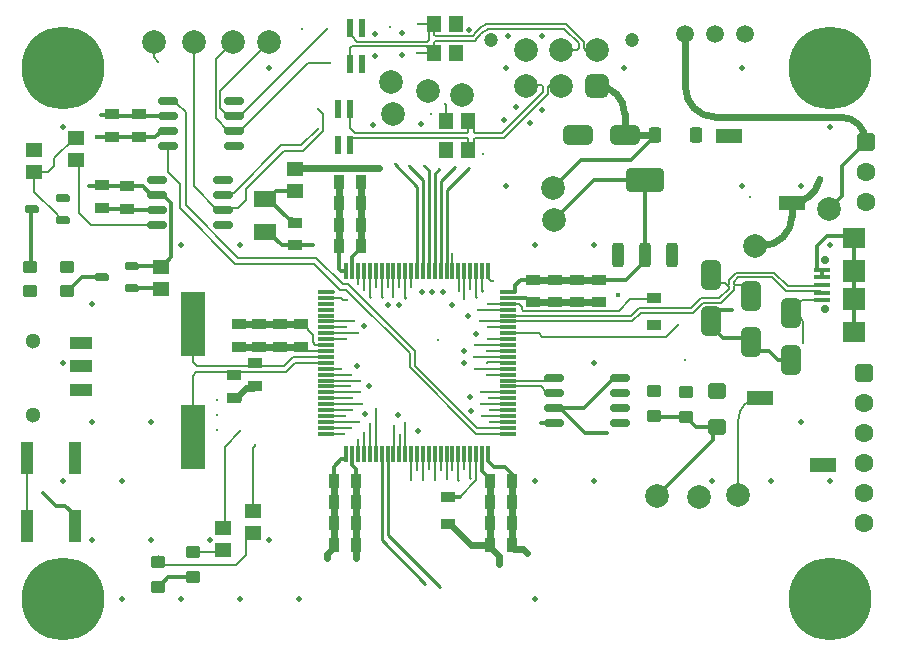
<source format=gtl>
G04*
G04 #@! TF.GenerationSoftware,Altium Limited,Altium Designer,23.11.1 (41)*
G04*
G04 Layer_Physical_Order=1*
G04 Layer_Color=255*
%FSLAX44Y44*%
%MOMM*%
G71*
G04*
G04 #@! TF.SameCoordinates,F90B74AA-C0B1-4B74-A68C-C3C570C8A3A3*
G04*
G04*
G04 #@! TF.FilePolarity,Positive*
G04*
G01*
G75*
%ADD10C,0.2500*%
%ADD12C,0.6000*%
%ADD15C,0.2000*%
%ADD17R,2.2000X1.3000*%
G04:AMPARAMS|DCode=18|XSize=1.2mm|YSize=1.1mm|CornerRadius=0.275mm|HoleSize=0mm|Usage=FLASHONLY|Rotation=180.000|XOffset=0mm|YOffset=0mm|HoleType=Round|Shape=RoundedRectangle|*
%AMROUNDEDRECTD18*
21,1,1.2000,0.5500,0,0,180.0*
21,1,0.6500,1.1000,0,0,180.0*
1,1,0.5500,-0.3250,0.2750*
1,1,0.5500,0.3250,0.2750*
1,1,0.5500,0.3250,-0.2750*
1,1,0.5500,-0.3250,-0.2750*
%
%ADD18ROUNDEDRECTD18*%
%ADD19R,1.3000X0.9000*%
%ADD20R,2.0000X5.5000*%
%ADD21R,1.3500X1.1500*%
G04:AMPARAMS|DCode=22|XSize=0.65mm|YSize=1.2mm|CornerRadius=0.1625mm|HoleSize=0mm|Usage=FLASHONLY|Rotation=270.000|XOffset=0mm|YOffset=0mm|HoleType=Round|Shape=RoundedRectangle|*
%AMROUNDEDRECTD22*
21,1,0.6500,0.8750,0,0,270.0*
21,1,0.3250,1.2000,0,0,270.0*
1,1,0.3250,-0.4375,-0.1625*
1,1,0.3250,-0.4375,0.1625*
1,1,0.3250,0.4375,0.1625*
1,1,0.3250,0.4375,-0.1625*
%
%ADD22ROUNDEDRECTD22*%
%ADD23R,1.1500X1.3500*%
%ADD24C,2.0000*%
G04:AMPARAMS|DCode=25|XSize=1mm|YSize=2.1mm|CornerRadius=0.25mm|HoleSize=0mm|Usage=FLASHONLY|Rotation=180.000|XOffset=0mm|YOffset=0mm|HoleType=Round|Shape=RoundedRectangle|*
%AMROUNDEDRECTD25*
21,1,1.0000,1.6000,0,0,180.0*
21,1,0.5000,2.1000,0,0,180.0*
1,1,0.5000,-0.2500,0.8000*
1,1,0.5000,0.2500,0.8000*
1,1,0.5000,0.2500,-0.8000*
1,1,0.5000,-0.2500,-0.8000*
%
%ADD25ROUNDEDRECTD25*%
G04:AMPARAMS|DCode=26|XSize=3.3mm|YSize=2.1mm|CornerRadius=0.525mm|HoleSize=0mm|Usage=FLASHONLY|Rotation=180.000|XOffset=0mm|YOffset=0mm|HoleType=Round|Shape=RoundedRectangle|*
%AMROUNDEDRECTD26*
21,1,3.3000,1.0500,0,0,180.0*
21,1,2.2500,2.1000,0,0,180.0*
1,1,1.0500,-1.1250,0.5250*
1,1,1.0500,1.1250,0.5250*
1,1,1.0500,1.1250,-0.5250*
1,1,1.0500,-1.1250,-0.5250*
%
%ADD26ROUNDEDRECTD26*%
G04:AMPARAMS|DCode=27|XSize=0.65mm|YSize=1.7mm|CornerRadius=0.1625mm|HoleSize=0mm|Usage=FLASHONLY|Rotation=270.000|XOffset=0mm|YOffset=0mm|HoleType=Round|Shape=RoundedRectangle|*
%AMROUNDEDRECTD27*
21,1,0.6500,1.3750,0,0,270.0*
21,1,0.3250,1.7000,0,0,270.0*
1,1,0.3250,-0.6875,-0.1625*
1,1,0.3250,-0.6875,0.1625*
1,1,0.3250,0.6875,0.1625*
1,1,0.3250,0.6875,-0.1625*
%
%ADD27ROUNDEDRECTD27*%
%ADD28R,0.9000X1.3000*%
%ADD29R,1.4750X0.3000*%
%ADD30R,0.3000X1.4750*%
G04:AMPARAMS|DCode=31|XSize=1.3mm|YSize=1.1mm|CornerRadius=0.275mm|HoleSize=0mm|Usage=FLASHONLY|Rotation=270.000|XOffset=0mm|YOffset=0mm|HoleType=Round|Shape=RoundedRectangle|*
%AMROUNDEDRECTD31*
21,1,1.3000,0.5500,0,0,270.0*
21,1,0.7500,1.1000,0,0,270.0*
1,1,0.5500,-0.2750,-0.3750*
1,1,0.5500,-0.2750,0.3750*
1,1,0.5500,0.2750,0.3750*
1,1,0.5500,0.2750,-0.3750*
%
%ADD31ROUNDEDRECTD31*%
%ADD32R,1.9500X1.4000*%
%ADD33R,1.9000X1.0000*%
%ADD34R,1.0000X2.7500*%
%ADD35R,0.5500X1.5000*%
G04:AMPARAMS|DCode=36|XSize=1.7mm|YSize=2.5mm|CornerRadius=0.425mm|HoleSize=0mm|Usage=FLASHONLY|Rotation=90.000|XOffset=0mm|YOffset=0mm|HoleType=Round|Shape=RoundedRectangle|*
%AMROUNDEDRECTD36*
21,1,1.7000,1.6500,0,0,90.0*
21,1,0.8500,2.5000,0,0,90.0*
1,1,0.8500,0.8250,0.4250*
1,1,0.8500,0.8250,-0.4250*
1,1,0.8500,-0.8250,-0.4250*
1,1,0.8500,-0.8250,0.4250*
%
%ADD36ROUNDEDRECTD36*%
G04:AMPARAMS|DCode=37|XSize=1.7mm|YSize=2.5mm|CornerRadius=0.425mm|HoleSize=0mm|Usage=FLASHONLY|Rotation=0.000|XOffset=0mm|YOffset=0mm|HoleType=Round|Shape=RoundedRectangle|*
%AMROUNDEDRECTD37*
21,1,1.7000,1.6500,0,0,0.0*
21,1,0.8500,2.5000,0,0,0.0*
1,1,0.8500,0.4250,-0.8250*
1,1,0.8500,-0.4250,-0.8250*
1,1,0.8500,-0.4250,0.8250*
1,1,0.8500,0.4250,0.8250*
%
%ADD37ROUNDEDRECTD37*%
%ADD38R,1.9000X1.9000*%
%ADD39R,1.9000X1.8000*%
%ADD40R,1.3500X0.4000*%
G04:AMPARAMS|DCode=41|XSize=1.6mm|YSize=1.4mm|CornerRadius=0.35mm|HoleSize=0mm|Usage=FLASHONLY|Rotation=180.000|XOffset=0mm|YOffset=0mm|HoleType=Round|Shape=RoundedRectangle|*
%AMROUNDEDRECTD41*
21,1,1.6000,0.7000,0,0,180.0*
21,1,0.9000,1.4000,0,0,180.0*
1,1,0.7000,-0.4500,0.3500*
1,1,0.7000,0.4500,0.3500*
1,1,0.7000,0.4500,-0.3500*
1,1,0.7000,-0.4500,-0.3500*
%
%ADD41ROUNDEDRECTD41*%
%ADD68C,1.6000*%
%ADD73C,1.5000*%
%ADD78C,0.2000*%
%ADD79C,0.3000*%
%ADD80C,7.0000*%
%ADD81C,1.3000*%
%ADD82C,0.7000*%
G04:AMPARAMS|DCode=83|XSize=1.6mm|YSize=1.6mm|CornerRadius=0.4mm|HoleSize=0mm|Usage=FLASHONLY|Rotation=270.000|XOffset=0mm|YOffset=0mm|HoleType=Round|Shape=RoundedRectangle|*
%AMROUNDEDRECTD83*
21,1,1.6000,0.8000,0,0,270.0*
21,1,0.8000,1.6000,0,0,270.0*
1,1,0.8000,-0.4000,-0.4000*
1,1,0.8000,-0.4000,0.4000*
1,1,0.8000,0.4000,0.4000*
1,1,0.8000,0.4000,-0.4000*
%
%ADD83ROUNDEDRECTD83*%
G04:AMPARAMS|DCode=84|XSize=2mm|YSize=2mm|CornerRadius=0.5mm|HoleSize=0mm|Usage=FLASHONLY|Rotation=90.000|XOffset=0mm|YOffset=0mm|HoleType=Round|Shape=RoundedRectangle|*
%AMROUNDEDRECTD84*
21,1,2.0000,1.0000,0,0,90.0*
21,1,1.0000,2.0000,0,0,90.0*
1,1,1.0000,0.5000,0.5000*
1,1,1.0000,0.5000,-0.5000*
1,1,1.0000,-0.5000,-0.5000*
1,1,1.0000,-0.5000,0.5000*
%
%ADD84ROUNDEDRECTD84*%
%ADD85C,1.2000*%
%ADD86C,0.3000*%
%ADD87C,0.5000*%
%ADD88C,0.4000*%
D10*
X325000Y104550D02*
X369050Y60500D01*
X325000Y104550D02*
Y172620D01*
X320000Y100000D02*
X357000Y63000D01*
X320000Y100000D02*
Y172620D01*
X365000Y410000D02*
X369000Y414000D01*
X365000Y327380D02*
Y410000D01*
X356000Y417000D02*
X360000Y413000D01*
X343000Y417000D02*
X355000Y405000D01*
X331000Y418000D02*
X350000Y399000D01*
X370000Y327380D02*
Y404000D01*
X382000Y416000D01*
X375000Y396000D02*
X394000Y415000D01*
X375000Y327380D02*
Y396000D01*
X400000Y172620D02*
X400025Y172595D01*
X394970Y152400D02*
X394985Y152415D01*
X384810Y151130D02*
X384825Y151145D01*
X405336Y310795D02*
Y310930D01*
X405000Y311266D02*
X405336Y310930D01*
X65000Y227000D02*
X65500D01*
X340000Y305000D02*
Y306000D01*
X320000D02*
X320000Y306000D01*
X320000Y329880D02*
X320000Y329880D01*
X310000Y331020D02*
X310000Y331020D01*
X310000Y306000D02*
X310000Y306000D01*
X400025Y306095D02*
X400050Y306070D01*
X360000Y327380D02*
Y413000D01*
X355000Y327380D02*
Y405000D01*
X350000Y327380D02*
Y399000D01*
X394985Y172605D02*
X395000Y172620D01*
X400000Y327380D02*
X400025Y327355D01*
D12*
X642033Y349000D02*
G03*
X667433Y374400I0J25400D01*
G01*
Y385683D02*
G03*
X690258Y403384I0J23567D01*
G01*
X691000Y405100D02*
G03*
X690258Y403384I5070J-3210D01*
G01*
X730000Y437000D02*
G03*
X709000Y458000I-21000J0D01*
G01*
X577200Y483400D02*
G03*
X602600Y458000I25400J0D01*
G01*
X614500Y442250D02*
G03*
X613750Y443000I-750J0D01*
G01*
X525750Y460805D02*
G03*
X502000Y484555I-23750J0D01*
G01*
X430500Y96000D02*
Y114000D01*
Y94000D02*
Y96000D01*
X298310Y84446D02*
Y95810D01*
X298500Y96000D01*
X411500Y94000D02*
Y96000D01*
Y94000D02*
X419000Y86500D01*
Y80000D02*
Y86500D01*
X395500Y96000D02*
X411500D01*
X378000Y113500D02*
X395500Y96000D01*
X376000Y113500D02*
X378000D01*
X430500Y94000D02*
X432000Y92500D01*
X439500D01*
X443000Y89000D01*
X273800Y88300D02*
X279500Y94000D01*
X273800Y85157D02*
Y88300D01*
X279500Y94000D02*
Y114000D01*
X247000Y414250D02*
X247750Y415000D01*
X318000D01*
X411500Y132000D02*
Y150000D01*
Y114000D02*
Y132000D01*
Y96000D02*
Y114000D01*
X279500Y132000D02*
Y150000D01*
Y114000D02*
Y132000D01*
X430500D02*
Y150000D01*
Y114000D02*
Y132000D01*
X298500D02*
Y150000D01*
Y114000D02*
Y132000D01*
Y96000D02*
Y114000D01*
X196500Y220500D02*
X197000D01*
X195000D02*
X196500D01*
X198000Y219000D01*
X234000Y282500D02*
X252000D01*
X216000D02*
X234000D01*
X199000D02*
X216000D01*
X234000Y263500D02*
X252000D01*
X216000D02*
X234000D01*
X199000D02*
X216000D01*
X197000Y220500D02*
X205500Y229000D01*
X211500D01*
X213000Y230500D01*
X500000Y303000D02*
X502500D01*
X504000Y301500D01*
X467000D02*
X500000D01*
X448000D02*
X467000D01*
X485000Y320500D02*
X504000D01*
X467000D02*
X485000D01*
X448000D02*
X467000D01*
X302500Y385000D02*
Y403000D01*
Y367000D02*
Y385000D01*
Y349000D02*
Y367000D01*
X283500Y385000D02*
Y403000D01*
Y367000D02*
Y385000D01*
Y349000D02*
Y367000D01*
X667433Y374400D02*
Y385000D01*
X602600Y458000D02*
X709000D01*
X577200Y483400D02*
Y528000D01*
X636000Y349000D02*
X642033D01*
X614500Y442250D02*
X616750Y440000D01*
X525750Y443000D02*
Y460805D01*
Y443000D02*
X551500D01*
D15*
X410845Y532890D02*
G03*
X403919Y528779I4595J-15632D01*
G01*
X401102Y531619D02*
G03*
X397864Y527286I13262J-13285D01*
G01*
X408925Y536890D02*
G03*
X404557Y534412I6304J-16199D01*
G01*
X403919Y528779D02*
G03*
X401129Y524893I10445J-10445D01*
G01*
X404318Y534232D02*
G03*
X401102Y531619I11122J-16974D01*
G01*
X404318Y534232D02*
G03*
X404448Y534326I-1105J1667D01*
G01*
X677000Y282000D02*
G03*
X667000Y292000I-10000J0D01*
G01*
X640500Y220250D02*
G03*
X622000Y201750I0J-18500D01*
G01*
X272620Y310000D02*
X279413D01*
X272620Y310000D02*
X272620Y310000D01*
X285464Y305000D02*
X287309Y303156D01*
X290773D01*
X397079Y526500D02*
X397664Y527086D01*
X398736Y522500D02*
X401129Y524893D01*
X410845Y532890D02*
X474495D01*
X397664Y527086D02*
X397864Y527286D01*
X365672Y526500D02*
X397079D01*
X365672Y522500D02*
X398736D01*
X404448Y534326D02*
X404557Y534412D01*
X410176Y536890D02*
X476152D01*
X408925Y536890D02*
X410176Y536890D01*
X390000Y160000D02*
Y171190D01*
X370000Y159000D02*
Y172620D01*
X370000Y159000D02*
X370000Y159000D01*
X360000Y160000D02*
Y172620D01*
X360000Y160000D02*
X360000Y160000D01*
X350000Y159000D02*
Y172620D01*
X345000Y314000D02*
Y327380D01*
X345000Y314000D02*
X345000Y314000D01*
X335000Y331190D02*
X335000Y331190D01*
X335000Y314000D02*
X335000Y314000D01*
Y331190D01*
X325000Y314000D02*
Y330080D01*
X315000Y314000D02*
Y327380D01*
X305000Y312000D02*
Y331140D01*
X300000Y317000D02*
Y327380D01*
X272620Y280000D02*
X290000D01*
X272620Y245000D02*
X286000D01*
X286000Y245000D01*
X272620Y190000D02*
X288000D01*
X272620Y205000D02*
X289000D01*
X272620Y210000D02*
X295000D01*
X305000Y172620D02*
Y191000D01*
X299750Y184479D02*
X300000Y184229D01*
Y172620D02*
Y184229D01*
X299750Y184479D02*
Y184750D01*
X310000Y172620D02*
Y198000D01*
X310000Y198000D02*
X310000Y198000D01*
X315000Y172620D02*
Y211000D01*
X462172Y485000D02*
X474000D01*
X393250Y431750D02*
X395000D01*
X393250Y435000D02*
Y439328D01*
X293000Y434750D02*
Y435289D01*
X293243Y449000D02*
X297743Y444500D01*
X293000Y449000D02*
X293243D01*
X297743Y444500D02*
X392078D01*
X293000Y449000D02*
Y462250D01*
X294172Y436461D02*
Y439922D01*
X294750Y440500D01*
X392078D01*
X393250Y439328D01*
Y445672D02*
Y453000D01*
X392078Y444500D02*
X393250Y445672D01*
X257500Y277932D02*
X261500Y273932D01*
Y268002D02*
Y273932D01*
X252000Y282500D02*
X254000D01*
X257500Y277932D02*
Y279000D01*
X254000Y282500D02*
X257500Y279000D01*
X264002Y265500D02*
X272120D01*
X272620Y265000D01*
X261500Y268002D02*
X264002Y265500D01*
X255500Y260000D02*
X272620D01*
X252000Y263500D02*
X255500Y260000D01*
X160000Y282500D02*
X169000Y273500D01*
X245373Y255000D02*
X272620D01*
X237372Y247000D02*
X245373Y255000D01*
X195000Y242000D02*
X239000D01*
X247000Y250000D01*
X272620D01*
X213000Y249500D02*
X215500Y247000D01*
X237372D01*
X160000Y251000D02*
X164000Y247000D01*
X210500D02*
X213000Y249500D01*
X164000Y247000D02*
X210500D01*
X160000Y239000D02*
X163000Y242000D01*
X195000D01*
X160000Y187500D02*
Y239000D01*
Y251000D02*
Y282500D01*
X287050Y316505D02*
X291495D01*
X348000Y260000D01*
Y247657D02*
Y260000D01*
X127000Y509000D02*
Y522000D01*
Y509000D02*
X131000Y505000D01*
X410000Y321505D02*
Y327380D01*
X412314Y319191D02*
X413809D01*
X410000Y321505D02*
X412314Y319191D01*
X413809D02*
X414000Y319000D01*
X272620Y200000D02*
X301000D01*
X294000Y195000D02*
X294000Y195000D01*
X272620Y195000D02*
X294000D01*
X412000Y210000D02*
X425940D01*
X404000Y215000D02*
X426100D01*
X405000Y205000D02*
X425940D01*
X412000Y200000D02*
X425780D01*
X411000Y220000D02*
X411010Y219990D01*
X404000Y225000D02*
X425960D01*
X411010Y219990D02*
X426110D01*
X272620Y275000D02*
X300000D01*
X340000Y172620D02*
Y199000D01*
X380000Y159000D02*
Y172620D01*
X374980Y151980D02*
X374990Y151990D01*
Y172610D02*
X375000Y172620D01*
X374990Y151990D02*
Y172610D01*
X364910Y151090D02*
Y172530D01*
X364820Y151000D02*
X364910Y151090D01*
Y172530D02*
X365000Y172620D01*
X354750Y151000D02*
X354875Y151125D01*
Y172495D02*
X355000Y172620D01*
X354875Y151125D02*
Y172495D01*
X344978Y172598D02*
X345000Y172620D01*
X344978Y151022D02*
Y172598D01*
X344956Y151000D02*
X344978Y151022D01*
X409065Y259875D02*
X427255D01*
X408940Y259750D02*
X409065Y259875D01*
X427255D02*
X427380Y260000D01*
X364500Y513000D02*
Y521328D01*
X43000Y423250D02*
X60000Y440250D01*
X37750Y411750D02*
X43000Y417000D01*
X26000Y411750D02*
X37750D01*
X43000Y417000D02*
Y423250D01*
X380000Y327380D02*
Y342000D01*
X285000Y312000D02*
X290000D01*
X343894Y258106D01*
Y246106D02*
Y258106D01*
X196131Y334000D02*
X263000D01*
X285000Y312000D01*
X264555Y339000D02*
X287050Y316505D01*
X198202Y339000D02*
X264555D01*
X272620Y285000D02*
X273120Y285500D01*
X296500D01*
X272620Y270000D02*
X290000D01*
X290000Y270000D01*
X343894Y246106D02*
X400000Y190000D01*
X348000Y247657D02*
X400657Y195000D01*
X427380D01*
X400000Y190000D02*
X427380D01*
X145923Y470077D02*
X154000Y462000D01*
Y383202D02*
Y462000D01*
X149000Y381131D02*
X196131Y334000D01*
X154000Y383202D02*
X198202Y339000D01*
X149000Y381131D02*
Y401798D01*
X139000Y411798D02*
X149000Y401798D01*
X139000Y411798D02*
Y433950D01*
X272620Y305000D02*
X285464D01*
X161000Y399400D02*
Y522000D01*
Y399400D02*
X180750Y379650D01*
X161000Y522000D02*
X162091D01*
X364500Y512000D02*
Y513000D01*
X294500Y518000D02*
X358578D01*
X358828Y517750D02*
X359750D01*
X358578Y518000D02*
X358828Y517750D01*
X299500Y522000D02*
X358578D01*
X293000Y516500D02*
X294500Y518000D01*
X359750Y517750D02*
X364500Y513000D01*
X358578Y522000D02*
X359750Y523172D01*
X294750Y526750D02*
X299500Y522000D01*
X359750Y523172D02*
Y532250D01*
X293000Y506500D02*
Y516500D01*
X294750Y526750D02*
Y535250D01*
X374000Y468729D02*
X374750Y467979D01*
Y455000D02*
Y467979D01*
X374000Y468729D02*
Y469000D01*
X385125Y311125D02*
X385250Y311000D01*
X385000Y327380D02*
X385125Y327255D01*
Y311125D02*
Y327255D01*
X427380Y275000D02*
X453000D01*
X456000Y272000D01*
X561000D01*
X571000Y282000D01*
X64000Y377000D02*
X74050Y366950D01*
X61000Y421750D02*
X64000Y418750D01*
Y377000D02*
Y418750D01*
X74050Y366950D02*
X130000D01*
X47932Y370500D02*
X50000D01*
X45730Y372702D02*
Y374770D01*
X26000Y394500D02*
X45730Y374770D01*
X26000Y394500D02*
Y411750D01*
X45730Y372702D02*
X47932Y370500D01*
X60000Y440250D02*
X61000D01*
X131000Y81500D02*
X133500Y79000D01*
X197000D02*
X205250Y87250D01*
X133500Y79000D02*
X197000D01*
X131000Y86500D02*
X133566Y83934D01*
X211000Y124250D02*
Y177729D01*
X213000Y179729D01*
Y180000D01*
X205250Y87250D02*
Y101000D01*
X210000Y105750D01*
X211000D01*
X187000Y179000D02*
X200000Y192000D01*
X187000Y108250D02*
Y179000D01*
X160000Y89500D02*
X186750D01*
X187000Y89750D01*
X20000Y112250D02*
X20000Y112250D01*
Y169000D01*
X293000Y431750D02*
Y434750D01*
X393250Y453000D02*
Y455000D01*
X461000Y483828D02*
X462172Y485000D01*
X461000Y477958D02*
Y483828D01*
X423542Y440500D02*
X461000Y477958D01*
X399172Y440500D02*
X423542D01*
X398000Y439328D02*
X399172Y440500D01*
X398000Y434750D02*
Y439328D01*
X395000Y431750D02*
X398000Y434750D01*
X393250Y430750D02*
Y431750D01*
Y433750D01*
X293000Y435289D02*
X294172Y436461D01*
X444000Y485000D02*
X455829D01*
X457000Y479615D02*
Y483828D01*
X455829Y485000D02*
X457000Y483828D01*
X393250Y453000D02*
X398000Y448250D01*
X421885Y444500D02*
X457000Y479615D01*
X399172Y444500D02*
X421885D01*
X398000Y445672D02*
X399172Y444500D01*
X398000Y445672D02*
Y448250D01*
X400050Y150409D02*
Y158750D01*
X386141Y136500D02*
X400050Y150409D01*
X667000Y294000D02*
Y294241D01*
Y292000D02*
Y294000D01*
X530579Y304000D02*
X550000D01*
X551000Y305000D01*
X622000Y138000D02*
Y201750D01*
X677000Y267000D02*
Y282000D01*
X427380Y230000D02*
X455000D01*
X459305Y225695D02*
X464655D01*
X455000Y230000D02*
X459305Y225695D01*
X464655D02*
X466000Y224350D01*
X460412Y237050D02*
X466000D01*
X427380Y235000D02*
X458362D01*
X460412Y237050D01*
X531757Y285000D02*
X539257Y292500D01*
X427380Y285000D02*
X531757D01*
X438500Y295172D02*
X439672Y294000D01*
X438500Y295172D02*
Y296998D01*
X427380Y290000D02*
X531101D01*
X520579Y294000D02*
X530579Y304000D01*
X531101Y290000D02*
X537601Y296500D01*
X439672Y294000D02*
X520579D01*
X435998Y299500D02*
X438500Y296998D01*
X427380Y300000D02*
X427880Y299500D01*
X435998D01*
X618000Y316922D02*
X619172Y315750D01*
X612828D02*
X614000Y314578D01*
X611078Y317500D02*
X612828Y315750D01*
X403000Y285000D02*
X427380D01*
X686578Y310500D02*
X692250D01*
X686328Y310750D02*
X686578Y310500D01*
X692250D02*
X693250Y309500D01*
X650708Y322250D02*
X662208Y310750D01*
X686328D01*
X621672Y322250D02*
X650708D01*
X618000Y318578D02*
X621672Y322250D01*
X618000Y316922D02*
Y318578D01*
X620015Y326250D02*
X652365D01*
X614000Y320235D02*
X620015Y326250D01*
X686578Y315000D02*
X692250D01*
X614000Y316922D02*
Y320235D01*
X612828Y315750D02*
X614000Y316922D01*
X692250Y315000D02*
X693250Y316000D01*
X686328Y314750D02*
X686578Y315000D01*
X652365Y326250D02*
X663865Y314750D01*
X686328D01*
X539257Y292500D02*
X583497D01*
X618000Y311265D02*
Y314578D01*
X619172Y315750D02*
X625747D01*
X633000Y308497D01*
X606250Y317500D02*
X611078D01*
X633000Y306750D02*
Y308497D01*
X605828Y304750D02*
X614000Y312922D01*
X590090Y304750D02*
X605828D01*
X618000Y314578D02*
X619172Y315750D01*
X537601Y296500D02*
X581840D01*
X591747Y300750D02*
X607485D01*
X583497Y292500D02*
X591747Y300750D01*
X599000Y324750D02*
X606250Y317500D01*
X607485Y300750D02*
X618000Y311265D01*
X581840Y296500D02*
X590090Y304750D01*
X614000Y312922D02*
Y314578D01*
X675759Y303000D02*
X693250D01*
X667000Y294241D02*
X675759Y303000D01*
X394985Y152415D02*
Y172605D01*
X400025Y158775D02*
Y172595D01*
X272620Y235000D02*
X302000D01*
X384825Y151145D02*
Y171335D01*
X272620Y240000D02*
X294000D01*
X726750Y115750D02*
X728000Y114500D01*
X394905Y312485D02*
Y328865D01*
X405000Y311266D02*
Y327380D01*
X390000Y304000D02*
Y328490D01*
X320000Y327380D02*
Y329880D01*
Y306000D02*
Y327380D01*
X65000Y267000D02*
X65500D01*
X20000Y169000D02*
Y169750D01*
Y169000D02*
X20000Y169000D01*
X409000Y240000D02*
X427070D01*
X399000Y245000D02*
X425640D01*
X425640Y245000D01*
X399000D02*
X399000Y245000D01*
X398000Y255000D02*
X427380D01*
X399000Y265000D02*
X426900D01*
X410000Y300000D02*
X427380D01*
X402000Y295000D02*
X427380D01*
X427380Y295000D01*
X410000Y280000D02*
X427380D01*
X410000Y270000D02*
X410000Y270000D01*
X427380D01*
X340000Y306000D02*
Y327380D01*
X330000Y306000D02*
Y330990D01*
X310000Y306000D02*
Y331020D01*
X400025Y306095D02*
Y327355D01*
X187695Y381345D02*
X198345D01*
X205000Y397000D02*
X237000Y429000D01*
X198345Y381345D02*
X205000Y388000D01*
Y397000D01*
X186000Y379650D02*
X187695Y381345D01*
X180750Y379650D02*
X186000D01*
X253364Y429000D02*
X270500Y446136D01*
X237000Y429000D02*
X253364D01*
X195195Y394195D02*
X235000Y434000D01*
X186000Y392350D02*
X187845Y394195D01*
X195195D01*
X235000Y434000D02*
X252000D01*
X266000Y465000D02*
X270500Y460500D01*
Y446136D02*
Y460500D01*
X252000Y434000D02*
X266000Y448000D01*
X179500Y456900D02*
Y507500D01*
Y456900D02*
X189750Y446650D01*
X195000D01*
X179500Y507500D02*
X194000Y522000D01*
X183500Y480500D02*
X225000Y522000D01*
X189750Y459350D02*
X195000D01*
X183500Y465600D02*
X189750Y459350D01*
X183500Y465600D02*
Y480500D01*
X195000Y459350D02*
X200300D01*
X273950Y533000D01*
X274000D01*
X200250Y446650D02*
X257600Y504000D01*
X276000D01*
X195000Y446650D02*
X200250D01*
X364500Y527672D02*
Y537000D01*
X359750Y532250D02*
X364500Y537000D01*
Y527672D02*
X365672Y526500D01*
X491000Y516172D02*
Y522042D01*
X492172Y515000D02*
X504000D01*
X491000Y516172D02*
X492172Y515000D01*
X476152Y536890D02*
X491000Y522042D01*
X351000Y537000D02*
X364500D01*
X474495Y532890D02*
X487000Y520385D01*
X364500Y521328D02*
X365672Y522500D01*
X487000Y516172D02*
Y520385D01*
X485828Y515000D02*
X487000Y516172D01*
X474000Y515000D02*
X485828D01*
X350000Y512000D02*
X364500D01*
X272620Y215000D02*
X303000D01*
X295000Y220000D02*
X295000Y220000D01*
X272620Y220000D02*
X295000D01*
X272620Y225000D02*
X302000D01*
X272620Y230000D02*
X293000D01*
X330000Y172620D02*
X330100Y172720D01*
Y196750D01*
X330200Y196850D01*
X335140Y189090D02*
X335280Y189230D01*
X335140Y172760D02*
Y189090D01*
X335000Y172620D02*
X335140Y172760D01*
X409325Y250470D02*
X426110D01*
D17*
X693433Y163683D02*
D03*
X640500Y220250D02*
D03*
X667433Y385683D02*
D03*
X614500Y442250D02*
D03*
D18*
X131000Y81500D02*
D03*
Y60500D02*
D03*
X578000Y204000D02*
D03*
Y225000D02*
D03*
X54000Y310500D02*
D03*
Y331500D02*
D03*
X22000D02*
D03*
Y310500D02*
D03*
X160000Y68500D02*
D03*
Y89500D02*
D03*
X551000Y205000D02*
D03*
Y226000D02*
D03*
D19*
X252000Y282500D02*
D03*
Y263500D02*
D03*
X199000Y282500D02*
D03*
Y263500D02*
D03*
X216000Y282500D02*
D03*
Y263500D02*
D03*
X234000Y282500D02*
D03*
Y263500D02*
D03*
X504000Y301500D02*
D03*
Y320500D02*
D03*
X485000Y301500D02*
D03*
Y320500D02*
D03*
X467000Y301500D02*
D03*
Y320500D02*
D03*
X448000Y301500D02*
D03*
Y320500D02*
D03*
X376000Y113500D02*
D03*
Y136500D02*
D03*
X551000Y282000D02*
D03*
Y305000D02*
D03*
X247000Y349500D02*
D03*
Y368500D02*
D03*
X104000Y399500D02*
D03*
Y380500D02*
D03*
X83000Y400500D02*
D03*
Y381500D02*
D03*
X213000Y249500D02*
D03*
Y230500D02*
D03*
X195000Y239500D02*
D03*
Y220500D02*
D03*
X92000Y460500D02*
D03*
Y441500D02*
D03*
X115000Y460500D02*
D03*
Y441500D02*
D03*
D20*
X160000Y187500D02*
D03*
Y282500D02*
D03*
D21*
X186000Y91750D02*
D03*
Y110250D02*
D03*
X211000Y105750D02*
D03*
Y124250D02*
D03*
X247000Y395750D02*
D03*
Y414250D02*
D03*
X61000Y440250D02*
D03*
Y421750D02*
D03*
X26000Y430250D02*
D03*
Y411750D02*
D03*
X133000Y331250D02*
D03*
Y312750D02*
D03*
D22*
X83000Y322500D02*
D03*
X109000Y332000D02*
D03*
Y313000D02*
D03*
X50000Y370500D02*
D03*
Y389500D02*
D03*
X24000Y380000D02*
D03*
D23*
X383250Y537000D02*
D03*
X364750D02*
D03*
X364500Y512000D02*
D03*
X383000D02*
D03*
X393250Y455000D02*
D03*
X374750D02*
D03*
X393250Y430000D02*
D03*
X374750D02*
D03*
D24*
X636000Y349000D02*
D03*
X465000Y398000D02*
D03*
X466000Y371000D02*
D03*
X699000Y380000D02*
D03*
X622000Y138000D02*
D03*
X330000Y461000D02*
D03*
X388000Y477000D02*
D03*
X328000Y488000D02*
D03*
X359000Y480000D02*
D03*
X127000Y522000D02*
D03*
X161000D02*
D03*
X225000D02*
D03*
X194000D02*
D03*
X553000Y137000D02*
D03*
X589000Y136000D02*
D03*
X442000Y484555D02*
D03*
X472000D02*
D03*
X442000Y514555D02*
D03*
X472000D02*
D03*
X502000D02*
D03*
D25*
X520000Y341500D02*
D03*
X543000D02*
D03*
X566000D02*
D03*
D26*
X543000Y404500D02*
D03*
D27*
X466000Y237050D02*
D03*
Y224350D02*
D03*
Y211650D02*
D03*
Y198950D02*
D03*
X522000Y237050D02*
D03*
Y224350D02*
D03*
Y211650D02*
D03*
Y198950D02*
D03*
X186000Y366950D02*
D03*
Y379650D02*
D03*
Y392350D02*
D03*
Y405050D02*
D03*
X130000Y366950D02*
D03*
Y379650D02*
D03*
Y392350D02*
D03*
Y405050D02*
D03*
X195000Y433950D02*
D03*
Y446650D02*
D03*
Y459350D02*
D03*
Y472050D02*
D03*
X139000Y433950D02*
D03*
Y446650D02*
D03*
Y459350D02*
D03*
Y472050D02*
D03*
D28*
X302500Y403000D02*
D03*
X283500D02*
D03*
X302500Y385000D02*
D03*
X283500D02*
D03*
X302500Y367000D02*
D03*
X283500D02*
D03*
X302500Y349000D02*
D03*
X283500D02*
D03*
X279500Y96000D02*
D03*
X298500D02*
D03*
X279500Y114000D02*
D03*
X298500D02*
D03*
X279500Y132000D02*
D03*
X298500D02*
D03*
X279500Y150000D02*
D03*
X298500D02*
D03*
X411500Y96000D02*
D03*
X430500D02*
D03*
X411500Y114000D02*
D03*
X430500D02*
D03*
X411500Y132000D02*
D03*
X430500D02*
D03*
X411500Y150000D02*
D03*
X430500D02*
D03*
D29*
X272620Y310000D02*
D03*
Y305000D02*
D03*
Y300000D02*
D03*
Y295000D02*
D03*
Y290000D02*
D03*
Y285000D02*
D03*
Y280000D02*
D03*
Y275000D02*
D03*
Y270000D02*
D03*
Y265000D02*
D03*
Y260000D02*
D03*
Y255000D02*
D03*
Y250000D02*
D03*
Y245000D02*
D03*
Y240000D02*
D03*
Y235000D02*
D03*
Y230000D02*
D03*
Y225000D02*
D03*
Y220000D02*
D03*
Y215000D02*
D03*
Y210000D02*
D03*
Y205000D02*
D03*
Y200000D02*
D03*
Y195000D02*
D03*
Y190000D02*
D03*
X427380D02*
D03*
Y195000D02*
D03*
Y200000D02*
D03*
Y205000D02*
D03*
Y210000D02*
D03*
Y215000D02*
D03*
Y220000D02*
D03*
Y225000D02*
D03*
Y230000D02*
D03*
Y235000D02*
D03*
Y240000D02*
D03*
Y245000D02*
D03*
Y250000D02*
D03*
Y255000D02*
D03*
Y260000D02*
D03*
Y265000D02*
D03*
Y270000D02*
D03*
Y275000D02*
D03*
Y280000D02*
D03*
Y285000D02*
D03*
Y290000D02*
D03*
Y295000D02*
D03*
Y300000D02*
D03*
Y305000D02*
D03*
Y310000D02*
D03*
D30*
X290000Y172620D02*
D03*
X295000D02*
D03*
X300000D02*
D03*
X305000D02*
D03*
X310000D02*
D03*
X315000D02*
D03*
X320000D02*
D03*
X325000D02*
D03*
X330000D02*
D03*
X335000D02*
D03*
X340000D02*
D03*
X345000D02*
D03*
X350000D02*
D03*
X355000D02*
D03*
X360000D02*
D03*
X365000D02*
D03*
X370000D02*
D03*
X375000D02*
D03*
X380000D02*
D03*
X385000D02*
D03*
X390000D02*
D03*
X395000D02*
D03*
X400000D02*
D03*
X405000D02*
D03*
X410000D02*
D03*
Y327380D02*
D03*
X405000D02*
D03*
X400000D02*
D03*
X395000D02*
D03*
X390000D02*
D03*
X385000D02*
D03*
X380000D02*
D03*
X375000D02*
D03*
X370000D02*
D03*
X365000D02*
D03*
X360000D02*
D03*
X355000D02*
D03*
X350000D02*
D03*
X345000D02*
D03*
X340000D02*
D03*
X335000D02*
D03*
X330000D02*
D03*
X325000D02*
D03*
X320000D02*
D03*
X315000D02*
D03*
X310000D02*
D03*
X305000D02*
D03*
X300000D02*
D03*
X295000D02*
D03*
X290000D02*
D03*
D31*
X586500Y443000D02*
D03*
X551500D02*
D03*
D32*
X221000Y361000D02*
D03*
Y389000D02*
D03*
D33*
X65500Y267000D02*
D03*
Y247000D02*
D03*
Y227000D02*
D03*
D34*
X20000Y112250D02*
D03*
Y169750D02*
D03*
X60000Y112250D02*
D03*
Y169750D02*
D03*
D35*
X293000Y503000D02*
D03*
X303000Y533500D02*
D03*
X293000D02*
D03*
X303000Y503000D02*
D03*
X293000Y465250D02*
D03*
X283000Y434750D02*
D03*
X293000D02*
D03*
X283000Y465250D02*
D03*
D36*
X525750Y443000D02*
D03*
X486250D02*
D03*
D37*
X667000Y252500D02*
D03*
Y292000D02*
D03*
X633000Y267250D02*
D03*
Y306750D02*
D03*
X599000Y285250D02*
D03*
Y324750D02*
D03*
D38*
X720000Y304000D02*
D03*
Y328000D02*
D03*
D39*
Y276000D02*
D03*
Y356000D02*
D03*
D40*
X693250Y303000D02*
D03*
Y329000D02*
D03*
Y309500D02*
D03*
Y316000D02*
D03*
Y322500D02*
D03*
D41*
X604000Y226000D02*
D03*
Y196000D02*
D03*
D68*
X728000Y114500D02*
D03*
Y139900D02*
D03*
Y190700D02*
D03*
Y216100D02*
D03*
Y165300D02*
D03*
X730000Y411600D02*
D03*
Y386200D02*
D03*
D73*
X602600Y528000D02*
D03*
X577200D02*
D03*
X628000D02*
D03*
D78*
X397664Y527086D02*
D03*
D79*
X719000Y273000D02*
G03*
X720000Y274000I0J1000D01*
G01*
X91500Y441000D02*
G03*
X92000Y441500I0J500D01*
G01*
X543000Y343000D02*
X544000Y342000D01*
Y337000D02*
Y342000D01*
X433255Y310000D02*
Y315875D01*
X504000Y320500D02*
X504500Y320000D01*
X527000D01*
X52000Y129000D02*
X60000Y121000D01*
X44000Y129000D02*
X52000D01*
X33000Y140000D02*
X44000Y129000D01*
X410000Y166745D02*
X415245Y161500D01*
X424500D01*
X410000Y166745D02*
Y172620D01*
X424500Y161500D02*
X431000Y155000D01*
X446000Y301500D02*
X448000D01*
X655500Y252500D02*
X663000D01*
X551500Y204500D02*
X578000D01*
X586500Y196000D01*
X93150Y459350D02*
X139000D01*
X83000Y399500D02*
X104000D01*
X285757Y168377D02*
X290000D01*
X109000Y332000D02*
X134750D01*
X471250Y211650D02*
X491350D01*
X471250D02*
X491900Y191000D01*
X511000D01*
X466000Y211650D02*
X471250D01*
X543000Y343000D02*
Y404500D01*
X83000Y381500D02*
X84000Y380500D01*
X104000D01*
X72500Y400000D02*
X82500D01*
X83000Y400500D01*
X91500Y460000D02*
X92000Y460500D01*
X82000Y460000D02*
X91500D01*
X135250Y392350D02*
X142000Y385600D01*
X134750Y332000D02*
X142000Y339250D01*
X130000Y392350D02*
X135250D01*
X142000Y339250D02*
Y385600D01*
X50000Y389500D02*
Y390000D01*
X50000Y390000D01*
X465950Y199000D02*
X466000Y198950D01*
X455000Y199000D02*
X465950D01*
X497000Y217300D02*
Y217300D01*
X491350Y211650D02*
X497000Y217300D01*
Y217300D02*
X516750Y237050D01*
X522000D01*
X720000Y276000D02*
Y304000D01*
Y274000D02*
Y276000D01*
X485000Y443000D02*
X486250D01*
X79000Y441000D02*
X91500D01*
X133682Y446650D02*
X139000D01*
X198950Y472050D02*
X199000Y472000D01*
X195000Y472050D02*
X198950D01*
X92000Y460500D02*
X93150Y459350D01*
X115000Y441500D02*
X128532D01*
X92000D02*
X115000D01*
X128532D02*
X133682Y446650D01*
X261500Y349500D02*
X262000Y350000D01*
X247000Y349500D02*
X261500D01*
X139000Y472050D02*
X144182D01*
X145923Y470309D01*
Y470077D02*
Y470309D01*
X223750Y361000D02*
X235250Y349500D01*
X247000D01*
X221000Y361000D02*
X223750D01*
X186050Y405000D02*
X189000D01*
X186000Y405050D02*
X186050Y405000D01*
X104850Y379650D02*
X130000D01*
X104000Y380500D02*
X104850Y379650D01*
X117600Y399500D02*
X124750Y392350D01*
X104000Y399500D02*
X117600D01*
X124750Y392350D02*
X130000D01*
X648000Y260000D02*
X655500Y252500D01*
X113000Y313000D02*
X132750D01*
X223750Y389000D02*
X241250Y371500D01*
X244000D01*
X247000Y368500D01*
X221000Y389000D02*
X223750D01*
X230500Y395750D01*
X247000D01*
X131000Y60500D02*
X131500D01*
X139500Y68500D02*
X160000D01*
X131500Y60500D02*
X139500Y68500D01*
X60000Y167000D02*
Y169750D01*
Y112250D02*
Y121000D01*
X65000Y247000D02*
X65500D01*
X65000Y247000D02*
X65000Y247000D01*
X53500Y331000D02*
X54000Y331500D01*
X52000Y331000D02*
X53500D01*
X66500Y322500D02*
X83000D01*
X54500Y310500D02*
X66500Y322500D01*
X54000Y310500D02*
X54500D01*
X22000Y331500D02*
X23000Y332500D01*
Y379000D02*
X24000Y380000D01*
X23000Y332500D02*
Y379000D01*
X132750Y313000D02*
X133000Y312750D01*
X295000Y339500D02*
X302500Y347000D01*
X295000Y327380D02*
Y339500D01*
X302500Y347000D02*
Y349000D01*
X283500Y329500D02*
X285620Y327380D01*
X290000D01*
X283500Y329500D02*
Y349000D01*
X376000Y136500D02*
X386141D01*
X405050Y158450D02*
X411500Y152000D01*
X405000Y160871D02*
X405050Y160821D01*
Y158450D02*
Y160821D01*
X411500Y150000D02*
Y152000D01*
X405000Y160871D02*
Y172620D01*
X607310Y294552D02*
X607757Y295000D01*
X605791Y294552D02*
X607310D01*
X607757Y295000D02*
X617000D01*
X599000Y287762D02*
X605791Y294552D01*
X599000Y285250D02*
Y287762D01*
Y281250D02*
X609250Y271000D01*
X629250D01*
X633000Y267250D01*
Y264738D02*
X637738Y260000D01*
X648000D01*
X633000Y264738D02*
Y267250D01*
X599000Y281250D02*
Y285250D01*
X697000Y357000D02*
X719000D01*
X720000Y356000D01*
X689000Y329000D02*
X693250D01*
X688500Y329500D02*
X689000Y329000D01*
X688500Y329500D02*
Y348500D01*
X697000Y357000D01*
X693250Y322500D02*
Y329000D01*
X600500Y192500D02*
X604000Y196000D01*
X553000Y137000D02*
X600500Y184500D01*
Y192500D01*
X279500Y162120D02*
X285757Y168377D01*
X279500Y150000D02*
Y162120D01*
X290000Y168377D02*
Y172620D01*
X295000Y163795D02*
Y172620D01*
X298500Y150000D02*
Y160295D01*
X295000Y163795D02*
X298500Y160295D01*
X442500Y305000D02*
X446000Y301500D01*
X427380Y305000D02*
X442500D01*
X433255Y315875D02*
X437880Y320500D01*
X427380Y310000D02*
X433255D01*
X437880Y320500D02*
X448000D01*
X527000Y320000D02*
X544000Y337000D01*
X520000Y341500D02*
Y346000D01*
X710000Y417000D02*
X730000Y437000D01*
X699000Y380000D02*
X710000Y391000D01*
Y417000D01*
X720000Y328000D02*
Y356000D01*
Y304000D02*
Y328000D01*
X499500Y404500D02*
X543000D01*
X466000Y371000D02*
X499500Y404500D01*
X465000Y398000D02*
X489000Y422000D01*
X551500Y442000D02*
Y443000D01*
X531500Y422000D02*
X551500Y442000D01*
X489000Y422000D02*
X531500D01*
X551000Y205000D02*
X551500Y204500D01*
X586500Y196000D02*
X604000D01*
D80*
X700000Y50000D02*
D03*
X700000Y500000D02*
D03*
X50000Y500000D02*
D03*
X50000Y50000D02*
D03*
D81*
X25000Y268250D02*
D03*
Y205750D02*
D03*
D82*
X695500Y295250D02*
D03*
Y336750D02*
D03*
D83*
X728000Y241500D02*
D03*
X730000Y437000D02*
D03*
D84*
X502000Y484555D02*
D03*
D85*
X531690Y523445D02*
D03*
X412310D02*
D03*
D86*
X279413Y310000D02*
D03*
X290773Y303156D02*
D03*
X273800Y85157D02*
D03*
X298310Y84446D02*
D03*
X419000Y80000D02*
D03*
X443000Y89000D02*
D03*
X369050Y60500D02*
D03*
X357000Y63000D02*
D03*
X686000Y163000D02*
D03*
X636000Y223500D02*
D03*
X327000Y534500D02*
D03*
X351000Y537000D02*
D03*
X390000Y160000D02*
D03*
X370000Y159000D02*
D03*
X360000Y160000D02*
D03*
X350000Y159000D02*
D03*
X345000Y314000D02*
D03*
X335000D02*
D03*
X325000D02*
D03*
X315000D02*
D03*
X305000Y312000D02*
D03*
X300000Y317000D02*
D03*
X290000Y280000D02*
D03*
X286000Y245000D02*
D03*
X288000Y190000D02*
D03*
X289000Y205000D02*
D03*
X305000Y191000D02*
D03*
X299750Y184750D02*
D03*
X310000Y198000D02*
D03*
X315000Y211000D02*
D03*
X180500Y192850D02*
D03*
Y205550D02*
D03*
Y218250D02*
D03*
X198000Y219000D02*
D03*
X199000Y263500D02*
D03*
Y282500D02*
D03*
X500000Y303000D02*
D03*
X183000Y392000D02*
D03*
X131000Y505000D02*
D03*
X414000Y319000D02*
D03*
X295000Y210000D02*
D03*
X301000Y200000D02*
D03*
X294000Y195000D02*
D03*
X412000Y210000D02*
D03*
X405000Y205000D02*
D03*
X412000Y200000D02*
D03*
X404000Y215000D02*
D03*
X411000Y220000D02*
D03*
X404000Y225000D02*
D03*
X368000Y269500D02*
D03*
X380000Y159000D02*
D03*
X374980Y151980D02*
D03*
X364820Y151000D02*
D03*
X354750D02*
D03*
X344956D02*
D03*
X340000Y199000D02*
D03*
X663000Y252000D02*
D03*
X511000Y191000D02*
D03*
X361000Y481000D02*
D03*
X577000Y252000D02*
D03*
X590000Y137000D02*
D03*
X72500Y400000D02*
D03*
X82000Y460000D02*
D03*
X551000Y282000D02*
D03*
X26000Y430250D02*
D03*
X50000Y390000D02*
D03*
X283500Y403000D02*
D03*
X455000Y199000D02*
D03*
X719000Y273000D02*
D03*
X485000Y443000D02*
D03*
X369000Y414000D02*
D03*
X343000Y417000D02*
D03*
X356000D02*
D03*
X380000Y342000D02*
D03*
X632000Y390500D02*
D03*
X83000Y381000D02*
D03*
X331000Y418000D02*
D03*
X406000Y427000D02*
D03*
X691000Y405100D02*
D03*
X199000Y472000D02*
D03*
X302500Y403000D02*
D03*
X262000Y350000D02*
D03*
X247000Y368000D02*
D03*
X296500Y285500D02*
D03*
X290000Y270000D02*
D03*
X300000Y275000D02*
D03*
X189000Y405000D02*
D03*
X374000Y435500D02*
D03*
Y469000D02*
D03*
X385250Y311000D02*
D03*
X130000Y366950D02*
D03*
X571000Y282000D02*
D03*
X113000Y313000D02*
D03*
X129000Y405000D02*
D03*
X131000Y60500D02*
D03*
X213000Y180000D02*
D03*
X200000Y192000D02*
D03*
X60000Y167000D02*
D03*
X33000Y140000D02*
D03*
X65000Y247000D02*
D03*
X52000Y331000D02*
D03*
X22000Y311000D02*
D03*
X394000Y435000D02*
D03*
X294172Y436461D02*
D03*
X393000Y455000D02*
D03*
X293000Y462250D02*
D03*
X329000Y460000D02*
D03*
Y490000D02*
D03*
X383250Y536000D02*
D03*
X617000Y295000D02*
D03*
X599000Y324750D02*
D03*
X667000Y294000D02*
D03*
X382000Y416000D02*
D03*
X394000Y415000D02*
D03*
X520000Y346000D02*
D03*
X544000Y342000D02*
D03*
X566000Y341000D02*
D03*
X604000Y196000D02*
D03*
X603000Y226000D02*
D03*
X578000Y224000D02*
D03*
X551000Y225000D02*
D03*
X677000Y267000D02*
D03*
X403000Y285000D02*
D03*
X611000Y443500D02*
D03*
X586000Y443000D02*
D03*
X394970Y152400D02*
D03*
X302000Y235000D02*
D03*
X384810Y151130D02*
D03*
X294000Y240000D02*
D03*
X405336Y310795D02*
D03*
X390000Y304000D02*
D03*
X65000Y227000D02*
D03*
Y267000D02*
D03*
X20000Y169000D02*
D03*
X409000Y240000D02*
D03*
X399000Y245000D02*
D03*
X408940Y259750D02*
D03*
X398000Y255000D02*
D03*
X399000Y265000D02*
D03*
X410000Y300000D02*
D03*
X402000Y295000D02*
D03*
X410000Y280000D02*
D03*
Y270000D02*
D03*
X340000Y306000D02*
D03*
X330000D02*
D03*
X310000D02*
D03*
X320000D02*
D03*
X394970Y312420D02*
D03*
X266000Y465000D02*
D03*
Y448000D02*
D03*
X283000Y462250D02*
D03*
X276000Y504000D02*
D03*
X274000Y533000D02*
D03*
X390000Y476000D02*
D03*
X383000Y513000D02*
D03*
X350000Y512000D02*
D03*
X252500Y533000D02*
D03*
X282000Y436000D02*
D03*
X303000Y505000D02*
D03*
Y536000D02*
D03*
X361500Y461000D02*
D03*
X303000Y215000D02*
D03*
X295000Y220000D02*
D03*
X302000Y225000D02*
D03*
X293000Y230000D02*
D03*
X330200Y196850D02*
D03*
X335280Y189230D02*
D03*
X400050Y306070D02*
D03*
X408940Y250220D02*
D03*
D87*
X700000Y450000D02*
D03*
Y350000D02*
D03*
Y150000D02*
D03*
X675000Y400000D02*
D03*
Y200000D02*
D03*
X650000Y150000D02*
D03*
X625000Y500000D02*
D03*
Y400000D02*
D03*
X600000Y150000D02*
D03*
X525000Y500000D02*
D03*
X500000Y350000D02*
D03*
Y250000D02*
D03*
Y150000D02*
D03*
X450000Y350000D02*
D03*
Y150000D02*
D03*
Y50000D02*
D03*
X425000Y500000D02*
D03*
Y400000D02*
D03*
X250000Y50000D02*
D03*
X225000Y500000D02*
D03*
X200000Y350000D02*
D03*
X225000Y100000D02*
D03*
X200000Y50000D02*
D03*
X150000Y350000D02*
D03*
X175000Y100000D02*
D03*
X150000Y50000D02*
D03*
X125000Y200000D02*
D03*
X100000Y150000D02*
D03*
X125000Y100000D02*
D03*
X100000Y50000D02*
D03*
X50000Y450000D02*
D03*
X75000Y300000D02*
D03*
X50000Y250000D02*
D03*
X75000Y200000D02*
D03*
X50000Y150000D02*
D03*
X75000Y100000D02*
D03*
X372000Y310000D02*
D03*
X363000D02*
D03*
X354000D02*
D03*
X445844Y453120D02*
D03*
X456000Y464000D02*
D03*
X424000Y456000D02*
D03*
X434000Y467000D02*
D03*
X337000Y529000D02*
D03*
X314345Y528778D02*
D03*
X314000Y510000D02*
D03*
X337000Y511000D02*
D03*
X394000Y532000D02*
D03*
X456000Y527000D02*
D03*
X427000D02*
D03*
X353000Y452000D02*
D03*
X313000Y451000D02*
D03*
X380000Y299000D02*
D03*
X393000Y290000D02*
D03*
X400000Y274000D02*
D03*
X390000Y260000D02*
D03*
Y250000D02*
D03*
X395000Y221000D02*
D03*
X396000Y209000D02*
D03*
X351000Y192000D02*
D03*
X334000Y206000D02*
D03*
X306000Y207000D02*
D03*
X309000Y230000D02*
D03*
X299000Y247000D02*
D03*
X305000Y281000D02*
D03*
X335000Y299000D02*
D03*
X325000D02*
D03*
X680000Y70000D02*
D03*
X672500Y50000D02*
D03*
X680000Y30000D02*
D03*
X700000Y22500D02*
D03*
X720000Y30000D02*
D03*
X727500Y50000D02*
D03*
X720000Y70000D02*
D03*
X700000Y77500D02*
D03*
X700000Y527500D02*
D03*
X720000Y520000D02*
D03*
X727500Y500000D02*
D03*
X720000Y480000D02*
D03*
X700000Y472500D02*
D03*
X680000Y480000D02*
D03*
X672500Y500000D02*
D03*
X680000Y520000D02*
D03*
X50000Y527500D02*
D03*
X70000Y520000D02*
D03*
X77500Y500000D02*
D03*
X70000Y480000D02*
D03*
X50000Y472500D02*
D03*
X30000Y480000D02*
D03*
X22500Y500000D02*
D03*
X30000Y520000D02*
D03*
X50000Y77500D02*
D03*
X70000Y70000D02*
D03*
X77500Y50000D02*
D03*
X70000Y30000D02*
D03*
X50000Y22500D02*
D03*
X30000Y30000D02*
D03*
X22500Y50000D02*
D03*
X30000Y70000D02*
D03*
D88*
X318000Y415000D02*
D03*
X520000Y307000D02*
D03*
X79000Y441000D02*
D03*
X667000Y385000D02*
D03*
M02*

</source>
